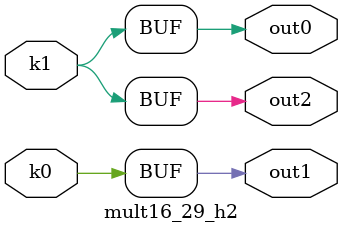
<source format=v>
module mult16_29(pi0, pi1, pi2, pi3, pi4, po0, po1, po2);
input pi0, pi1, pi2, pi3, pi4;
output po0, po1, po2;
wire k0, k1;
mult16_29_w2 DUT1 (pi0, pi1, pi2, pi3, pi4, k0, k1);
mult16_29_h2 DUT2 (k0, k1, po0, po1, po2);
endmodule

module mult16_29_w2(in4, in3, in2, in1, in0, k1, k0);
input in4, in3, in2, in1, in0;
output k1, k0;
assign k0 =   ((~in1 ^ in0) & ((in4 & (~in3 | in2)) | (~in3 & in2))) | (((in3 & ~in2) | (~in4 & (in3 | ~in2))) & (in1 ^ in0));
assign k1 =   in4 ? (in3 ^ in2) : (~in3 ^ in2);
endmodule

module mult16_29_h2(k1, k0, out2, out1, out0);
input k1, k0;
output out2, out1, out0;
assign out0 = k1;
assign out1 = k0;
assign out2 = k1;
endmodule

</source>
